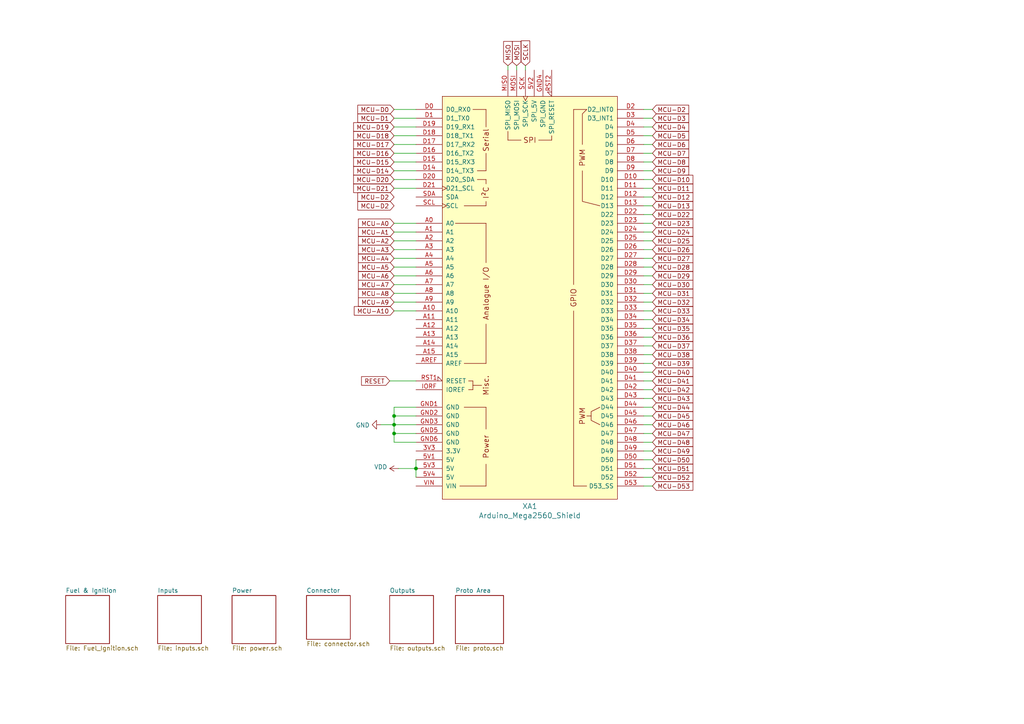
<source format=kicad_sch>
(kicad_sch (version 20211123) (generator eeschema)
  (paper "A4")
  (title_block (title "0.4") (date "2021-03-27") (rev "4d") (company "Speeduino"))
  (lib_symbols
    (symbol "power:GND" (power) (pin_names (offset 0))
      (property "Value" "GND" (at 0 -3.81 0))
      (symbol "GND_0_1"
        (polyline (pts (xy 0 0) (xy 0 -1.27) (xy 1.27 -1.27) (xy 0 -2.54) (xy -1.27 -1.27) (xy 0 -1.27)))
      )
      (symbol "GND_1_1"
        (pin power_in line (at 0 0 270) (length 0) hide (name "GND") (number "1"))
      )
    )
    (symbol "power:VDD" (power) (pin_names (offset 0))
      (property "Value" "VDD" (at 0 3.81 0))
      (symbol "VDD_0_1"
        (polyline (pts (xy -0.762 1.27) (xy 0 2.54)))
        (polyline (pts (xy 0 0) (xy 0 2.54)))
        (polyline (pts (xy 0 2.54) (xy 0.762 1.27)))
      )
      (symbol "VDD_1_1"
        (pin power_in line (at 0 0 90) (length 0) hide (name "VDD") (number "1"))
      )
    )
    (symbol "v0.4.3d-rescue:Arduino_Mega2560_Shield-Arduino-v0.4.4c-rescue" (pin_names (offset 1.016))
      (property "Reference" "XA" (at 2.54 0 90))
      (property "Value" "Arduino_Mega2560_Shield-Arduino-v0.4.4c-rescue" (at -2.54 0 90))
      (symbol "Arduino_Mega2560_Shield-Arduino-v0.4.4c-rescue_0_0"
        (rectangle (start -25.4 -58.42) (end 25.4 58.42) (fill (type background)))
        (rectangle (start -20.32 -54.61) (end -12.7 -54.61))
        (rectangle (start -19.05 -31.75) (end -12.7 -31.75))
        (rectangle (start -19.05 -19.05) (end -12.7 -19.05))
        (rectangle (start -19.05 26.67) (end -12.7 26.67))
        (rectangle (start -17.78 -26.67) (end -16.51 -26.67))
        (rectangle (start -17.78 -24.13) (end -16.51 -24.13))
        (rectangle (start -16.51 -25.4) (end -13.97 -25.4))
        (rectangle (start -16.51 -24.13) (end -16.51 -26.67))
        (rectangle (start -16.51 54.61) (end -12.7 54.61))
        (rectangle (start -15.24 34.29) (end -12.7 34.29))
        (rectangle (start -15.24 36.83) (end -12.7 36.83))
        (rectangle (start -12.7 -54.61) (end -12.7 -48.26))
        (rectangle (start -12.7 -31.75) (end -12.7 -38.1))
        (rectangle (start -12.7 26.67) (end -12.7 27.94))
        (rectangle (start -12.7 34.29) (end -12.7 33.02))
        (rectangle (start -12.7 41.91) (end -12.7 36.83))
        (rectangle (start -12.7 49.53) (end -12.7 54.61))
        (rectangle (start -6.35 48.26) (end -6.35 45.72))
        (rectangle (start -2.54 45.72) (end -6.35 45.72))
        (polyline (pts (xy -21.59 21.59) (xy -12.7 21.59)))
        (polyline (pts (xy -12.7 -19.05) (xy -12.7 -7.62)))
        (polyline (pts (xy -12.7 10.16) (xy -12.7 21.59)))
        (polyline (pts (xy 12.7 -54.61) (xy 16.51 -54.61)))
        (polyline (pts (xy 12.7 54.61) (xy 16.51 54.61)))
        (polyline (pts (xy 17.78 -34.29) (xy 16.51 -34.29)))
        (polyline (pts (xy 15.24 36.83) (xy 15.24 27.94) (xy 20.32 26.67)))
        (polyline (pts (xy 15.24 44.45) (xy 15.24 53.34) (xy 16.51 54.61)))
        (polyline (pts (xy 20.32 -31.75) (xy 17.78 -33.02) (xy 17.78 -35.56) (xy 20.32 -36.83)))
        (rectangle (start 6.35 45.72) (end 2.54 45.72))
        (rectangle (start 6.35 46.99) (end 6.35 45.72))
        (text "Analogue I/O" (at -12.7 1.27 900) (effects (font (size 1.524 1.524))))
        (text "I²C" (at -12.7 30.48 900) (effects (font (size 1.524 1.524))))
        (text "Misc." (at -12.7 -25.4 900) (effects (font (size 1.524 1.524))))
        (text "Power" (at -12.7 -43.18 900) (effects (font (size 1.524 1.524))))
        (text "PWM" (at 15.24 -34.29 900) (effects (font (size 1.524 1.524))))
        (text "PWM" (at 15.24 40.64 900) (effects (font (size 1.524 1.524))))
        (text "Serial" (at -12.7 45.72 900) (effects (font (size 1.524 1.524))))
        (text "SPI" (at 0 45.72 0) (effects (font (size 1.524 1.524))))
      )
      (symbol "Arduino_Mega2560_Shield-Arduino-v0.4.4c-rescue_1_0"
        (rectangle (start 12.7 -54.61) (end 12.7 -3.81))
        (rectangle (start 12.7 54.61) (end 12.7 3.81))
        (text "GPIO" (at 12.7 0 900) (effects (font (size 1.524 1.524))))
      )
      (symbol "Arduino_Mega2560_Shield-Arduino-v0.4.4c-rescue_1_1"
        (pin power_in line (at -33.02 -44.45 0) (length 7.62) (name "3.3V") (number "3V3"))
        (pin power_in line (at -33.02 -46.99 0) (length 7.62) (name "5V") (number "5V1"))
        (pin power_in line (at 1.27 66.04 270) (length 7.62) (name "SPI_5V") (number "5V2"))
        (pin power_in line (at -33.02 -49.53 0) (length 7.62) (name "5V") (number "5V3"))
        (pin power_in line (at -33.02 -52.07 0) (length 7.62) (name "5V") (number "5V4"))
        (pin bidirectional line (at -33.02 21.59 0) (length 7.62) (name "A0") (number "A0"))
        (pin bidirectional line (at -33.02 19.05 0) (length 7.62) (name "A1") (number "A1"))
        (pin bidirectional line (at -33.02 -3.81 0) (length 7.62) (name "A10") (number "A10"))
        (pin bidirectional line (at -33.02 -6.35 0) (length 7.62) (name "A11") (number "A11"))
        (pin bidirectional line (at -33.02 -8.89 0) (length 7.62) (name "A12") (number "A12"))
        (pin bidirectional line (at -33.02 -11.43 0) (length 7.62) (name "A13") (number "A13"))
        (pin bidirectional line (at -33.02 -13.97 0) (length 7.62) (name "A14") (number "A14"))
        (pin bidirectional line (at -33.02 -16.51 0) (length 7.62) (name "A15") (number "A15"))
        (pin bidirectional line (at -33.02 16.51 0) (length 7.62) (name "A2") (number "A2"))
        (pin bidirectional line (at -33.02 13.97 0) (length 7.62) (name "A3") (number "A3"))
        (pin bidirectional line (at -33.02 11.43 0) (length 7.62) (name "A4") (number "A4"))
        (pin bidirectional line (at -33.02 8.89 0) (length 7.62) (name "A5") (number "A5"))
        (pin bidirectional line (at -33.02 6.35 0) (length 7.62) (name "A6") (number "A6"))
        (pin bidirectional line (at -33.02 3.81 0) (length 7.62) (name "A7") (number "A7"))
        (pin bidirectional line (at -33.02 1.27 0) (length 7.62) (name "A8") (number "A8"))
        (pin bidirectional line (at -33.02 -1.27 0) (length 7.62) (name "A9") (number "A9"))
        (pin input line (at -33.02 -19.05 0) (length 7.62) (name "AREF") (number "AREF"))
        (pin bidirectional line (at -33.02 54.61 0) (length 7.62) (name "D0_RX0") (number "D0"))
        (pin bidirectional line (at -33.02 52.07 0) (length 7.62) (name "D1_TX0") (number "D1"))
        (pin bidirectional line (at 33.02 34.29 180) (length 7.62) (name "D10") (number "D10"))
        (pin bidirectional line (at 33.02 31.75 180) (length 7.62) (name "D11") (number "D11"))
        (pin bidirectional line (at 33.02 29.21 180) (length 7.62) (name "D12") (number "D12"))
        (pin bidirectional line (at 33.02 26.67 180) (length 7.62) (name "D13") (number "D13"))
        (pin bidirectional line (at -33.02 36.83 0) (length 7.62) (name "D14_TX3") (number "D14"))
        (pin bidirectional line (at -33.02 39.37 0) (length 7.62) (name "D15_RX3") (number "D15"))
        (pin bidirectional line (at -33.02 41.91 0) (length 7.62) (name "D16_TX2") (number "D16"))
        (pin bidirectional line (at -33.02 44.45 0) (length 7.62) (name "D17_RX2") (number "D17"))
        (pin bidirectional line (at -33.02 46.99 0) (length 7.62) (name "D18_TX1") (number "D18"))
        (pin bidirectional line (at -33.02 49.53 0) (length 7.62) (name "D19_RX1") (number "D19"))
        (pin bidirectional line (at 33.02 54.61 180) (length 7.62) (name "D2_INT0") (number "D2"))
        (pin bidirectional line (at -33.02 34.29 0) (length 7.62) (name "D20_SDA") (number "D20"))
        (pin bidirectional clock (at -33.02 31.75 0) (length 7.62) (name "D21_SCL") (number "D21"))
        (pin bidirectional line (at 33.02 24.13 180) (length 7.62) (name "D22") (number "D22"))
        (pin bidirectional line (at 33.02 21.59 180) (length 7.62) (name "D23") (number "D23"))
        (pin bidirectional line (at 33.02 19.05 180) (length 7.62) (name "D24") (number "D24"))
        (pin bidirectional line (at 33.02 16.51 180) (length 7.62) (name "D25") (number "D25"))
        (pin bidirectional line (at 33.02 13.97 180) (length 7.62) (name "D26") (number "D26"))
        (pin bidirectional line (at 33.02 11.43 180) (length 7.62) (name "D27") (number "D27"))
        (pin bidirectional line (at 33.02 8.89 180) (length 7.62) (name "D28") (number "D28"))
        (pin bidirectional line (at 33.02 6.35 180) (length 7.62) (name "D29") (number "D29"))
        (pin bidirectional line (at 33.02 52.07 180) (length 7.62) (name "D3_INT1") (number "D3"))
        (pin bidirectional line (at 33.02 3.81 180) (length 7.62) (name "D30") (number "D30"))
        (pin bidirectional line (at 33.02 1.27 180) (length 7.62) (name "D31") (number "D31"))
        (pin bidirectional line (at 33.02 -1.27 180) (length 7.62) (name "D32") (number "D32"))
        (pin bidirectional line (at 33.02 -3.81 180) (length 7.62) (name "D33") (number "D33"))
        (pin bidirectional line (at 33.02 -6.35 180) (length 7.62) (name "D34") (number "D34"))
        (pin bidirectional line (at 33.02 -8.89 180) (length 7.62) (name "D35") (number "D35"))
        (pin bidirectional line (at 33.02 -11.43 180) (length 7.62) (name "D36") (number "D36"))
        (pin bidirectional line (at 33.02 -13.97 180) (length 7.62) (name "D37") (number "D37"))
        (pin bidirectional line (at 33.02 -16.51 180) (length 7.62) (name "D38") (number "D38"))
        (pin bidirectional line (at 33.02 -19.05 180) (length 7.62) (name "D39") (number "D39"))
        (pin bidirectional line (at 33.02 49.53 180) (length 7.62) (name "D4") (number "D4"))
        (pin bidirectional line (at 33.02 -21.59 180) (length 7.62) (name "D40") (number "D40"))
        (pin bidirectional line (at 33.02 -24.13 180) (length 7.62) (name "D41") (number "D41"))
        (pin bidirectional line (at 33.02 -26.67 180) (length 7.62) (name "D42") (number "D42"))
        (pin bidirectional line (at 33.02 -29.21 180) (length 7.62) (name "D43") (number "D43"))
        (pin bidirectional line (at 33.02 -31.75 180) (length 7.62) (name "D44") (number "D44"))
        (pin bidirectional line (at 33.02 -34.29 180) (length 7.62) (name "D45") (number "D45"))
        (pin bidirectional line (at 33.02 -36.83 180) (length 7.62) (name "D46") (number "D46"))
        (pin bidirectional line (at 33.02 -39.37 180) (length 7.62) (name "D47") (number "D47"))
        (pin bidirectional line (at 33.02 -41.91 180) (length 7.62) (name "D48") (number "D48"))
        (pin bidirectional line (at 33.02 -44.45 180) (length 7.62) (name "D49") (number "D49"))
        (pin bidirectional line (at 33.02 46.99 180) (length 7.62) (name "D5") (number "D5"))
        (pin bidirectional line (at 33.02 -46.99 180) (length 7.62) (name "D50") (number "D50"))
        (pin bidirectional line (at 33.02 -49.53 180) (length 7.62) (name "D51") (number "D51"))
        (pin bidirectional line (at 33.02 -52.07 180) (length 7.62) (name "D52") (number "D52"))
        (pin bidirectional line (at 33.02 -54.61 180) (length 7.62) (name "D53_SS") (number "D53"))
        (pin bidirectional line (at 33.02 44.45 180) (length 7.62) (name "D6") (number "D6"))
        (pin bidirectional line (at 33.02 41.91 180) (length 7.62) (name "D7") (number "D7"))
        (pin bidirectional line (at 33.02 39.37 180) (length 7.62) (name "D8") (number "D8"))
        (pin bidirectional line (at 33.02 36.83 180) (length 7.62) (name "D9") (number "D9"))
        (pin power_in line (at -33.02 -31.75 0) (length 7.62) (name "GND") (number "GND1"))
        (pin power_in line (at -33.02 -34.29 0) (length 7.62) (name "GND") (number "GND2"))
        (pin power_in line (at -33.02 -36.83 0) (length 7.62) (name "GND") (number "GND3"))
        (pin power_in line (at 3.81 66.04 270) (length 7.62) (name "SPI_GND") (number "GND4"))
        (pin power_in line (at -33.02 -39.37 0) (length 7.62) (name "GND") (number "GND5"))
        (pin power_in line (at -33.02 -41.91 0) (length 7.62) (name "GND") (number "GND6"))
        (pin output line (at -33.02 -26.67 0) (length 7.62) (name "IOREF") (number "IORF"))
        (pin input line (at -6.35 66.04 270) (length 7.62) (name "SPI_MISO") (number "MISO"))
        (pin output line (at -3.81 66.04 270) (length 7.62) (name "SPI_MOSI") (number "MOSI"))
        (pin open_collector input_low (at -33.02 -24.13 0) (length 7.62) (name "RESET") (number "RST1"))
        (pin open_collector input_low (at 6.35 66.04 270) (length 7.62) (name "SPI_RESET") (number "RST2"))
        (pin output clock (at -1.27 66.04 270) (length 7.62) (name "SPI_SCK") (number "SCK"))
        (pin bidirectional clock (at -33.02 26.67 0) (length 7.62) (name "SCL") (number "SCL"))
        (pin bidirectional line (at -33.02 29.21 0) (length 7.62) (name "SDA") (number "SDA"))
        (pin power_in line (at -33.02 -54.61 0) (length 7.62) (name "VIN") (number "VIN"))
      )
    )
  )
  (junction (at 114.3 123.19))
  (junction (at 114.3 125.73))
  (junction (at 120.65 135.89))
  (junction (at 114.3 120.65))
  (wire (pts (xy 186.69 120.65) (xy 189.23 120.65)))
  (wire (pts (xy 186.69 36.83) (xy 189.23 36.83)))
  (wire (pts (xy 120.65 69.85) (xy 114.3 69.85)))
  (wire (pts (xy 186.69 125.73) (xy 189.23 125.73)))
  (wire (pts (xy 189.23 44.45) (xy 186.69 44.45)))
  (wire (pts (xy 189.23 77.47) (xy 186.69 77.47)))
  (wire (pts (xy 114.3 52.07) (xy 120.65 52.07)))
  (wire (pts (xy 114.3 120.65) (xy 114.3 123.19)))
  (wire (pts (xy 114.3 123.19) (xy 110.49 123.19)))
  (wire (pts (xy 189.23 82.55) (xy 186.69 82.55)))
  (wire (pts (xy 186.69 130.81) (xy 189.23 130.81)))
  (wire (pts (xy 189.23 54.61) (xy 186.69 54.61)))
  (wire (pts (xy 189.23 138.43) (xy 186.69 138.43)))
  (wire (pts (xy 120.65 54.61) (xy 114.3 54.61)))
  (wire (pts (xy 186.69 46.99) (xy 189.23 46.99)))
  (wire (pts (xy 114.3 41.91) (xy 120.65 41.91)))
  (wire (pts (xy 120.65 34.29) (xy 114.3 34.29)))
  (wire (pts (xy 189.23 39.37) (xy 186.69 39.37)))
  (wire (pts (xy 114.3 36.83) (xy 120.65 36.83)))
  (wire (pts (xy 189.23 49.53) (xy 186.69 49.53)))
  (wire (pts (xy 147.32 19.05) (xy 147.32 20.32)))
  (wire (pts (xy 186.69 90.17) (xy 189.23 90.17)))
  (wire (pts (xy 189.23 87.63) (xy 186.69 87.63)))
  (wire (pts (xy 186.69 135.89) (xy 189.23 135.89)))
  (wire (pts (xy 189.23 113.03) (xy 186.69 113.03)))
  (wire (pts (xy 114.3 77.47) (xy 120.65 77.47)))
  (wire (pts (xy 186.69 31.75) (xy 189.23 31.75)))
  (wire (pts (xy 113.03 110.49) (xy 120.65 110.49)))
  (wire (pts (xy 189.23 133.35) (xy 186.69 133.35)))
  (wire (pts (xy 186.69 57.15) (xy 189.23 57.15)))
  (wire (pts (xy 186.69 95.25) (xy 189.23 95.25)))
  (wire (pts (xy 120.65 39.37) (xy 114.3 39.37)))
  (wire (pts (xy 114.3 125.73) (xy 114.3 123.19)))
  (wire (pts (xy 120.65 123.19) (xy 114.3 123.19)))
  (wire (pts (xy 120.65 74.93) (xy 114.3 74.93)))
  (wire (pts (xy 186.69 80.01) (xy 189.23 80.01)))
  (wire (pts (xy 189.23 62.23) (xy 186.69 62.23)))
  (wire (pts (xy 120.65 49.53) (xy 114.3 49.53)))
  (wire (pts (xy 189.23 118.11) (xy 186.69 118.11)))
  (wire (pts (xy 120.65 128.27) (xy 114.3 128.27)))
  (wire (pts (xy 189.23 123.19) (xy 186.69 123.19)))
  (wire (pts (xy 120.65 90.17) (xy 114.3 90.17)))
  (wire (pts (xy 186.69 115.57) (xy 189.23 115.57)))
  (wire (pts (xy 186.69 74.93) (xy 189.23 74.93)))
  (wire (pts (xy 186.69 41.91) (xy 189.23 41.91)))
  (wire (pts (xy 114.3 87.63) (xy 120.65 87.63)))
  (wire (pts (xy 186.69 64.77) (xy 189.23 64.77)))
  (wire (pts (xy 114.3 128.27) (xy 114.3 125.73)))
  (wire (pts (xy 186.69 105.41) (xy 189.23 105.41)))
  (wire (pts (xy 186.69 52.07) (xy 189.23 52.07)))
  (wire (pts (xy 189.23 34.29) (xy 186.69 34.29)))
  (wire (pts (xy 189.23 67.31) (xy 186.69 67.31)))
  (wire (pts (xy 189.23 59.69) (xy 186.69 59.69)))
  (wire (pts (xy 152.4 19.05) (xy 152.4 20.32)))
  (wire (pts (xy 120.65 85.09) (xy 114.3 85.09)))
  (wire (pts (xy 186.69 69.85) (xy 189.23 69.85)))
  (wire (pts (xy 186.69 100.33) (xy 189.23 100.33)))
  (wire (pts (xy 114.3 72.39) (xy 120.65 72.39)))
  (wire (pts (xy 120.65 118.11) (xy 114.3 118.11)))
  (wire (pts (xy 189.23 102.87) (xy 186.69 102.87)))
  (wire (pts (xy 115.57 135.89) (xy 120.65 135.89)))
  (wire (pts (xy 189.23 92.71) (xy 186.69 92.71)))
  (wire (pts (xy 120.65 125.73) (xy 114.3 125.73)))
  (wire (pts (xy 186.69 110.49) (xy 189.23 110.49)))
  (wire (pts (xy 114.3 46.99) (xy 120.65 46.99)))
  (wire (pts (xy 186.69 85.09) (xy 189.23 85.09)))
  (wire (pts (xy 114.3 82.55) (xy 120.65 82.55)))
  (wire (pts (xy 120.65 44.45) (xy 114.3 44.45)))
  (wire (pts (xy 120.65 80.01) (xy 114.3 80.01)))
  (wire (pts (xy 189.23 72.39) (xy 186.69 72.39)))
  (wire (pts (xy 114.3 67.31) (xy 120.65 67.31)))
  (wire (pts (xy 120.65 138.43) (xy 120.65 135.89)))
  (wire (pts (xy 114.3 31.75) (xy 120.65 31.75)))
  (wire (pts (xy 189.23 97.79) (xy 186.69 97.79)))
  (wire (pts (xy 114.3 64.77) (xy 120.65 64.77)))
  (wire (pts (xy 120.65 120.65) (xy 114.3 120.65)))
  (wire (pts (xy 149.86 19.05) (xy 149.86 20.32)))
  (wire (pts (xy 186.69 140.97) (xy 189.23 140.97)))
  (wire (pts (xy 189.23 107.95) (xy 186.69 107.95)))
  (wire (pts (xy 189.23 128.27) (xy 186.69 128.27)))
  (wire (pts (xy 114.3 118.11) (xy 114.3 120.65)))
  (wire (pts (xy 120.65 133.35) (xy 120.65 135.89)))
  (global_label "MCU-A0" (shape input) (at 114.3 64.77 180) (property "Intersheet References" "${INTERSHEET_REFS}" (effects hide)))
  (global_label "MCU-D2" (shape input) (at 114.3 57.15 180) (property "Intersheet References" "${INTERSHEET_REFS}" (effects hide)))
  (global_label "MOSI" (shape input) (at 149.86 19.05 90) (property "Intersheet References" "${INTERSHEET_REFS}" (effects hide)))
  (global_label "MCU-D27" (shape input) (at 189.23 74.93 0) (property "Intersheet References" "${INTERSHEET_REFS}" (effects hide)))
  (global_label "MCU-D39" (shape input) (at 189.23 105.41 0) (property "Intersheet References" "${INTERSHEET_REFS}" (effects hide)))
  (global_label "MCU-D22" (shape input) (at 189.23 62.23 0) (property "Intersheet References" "${INTERSHEET_REFS}" (effects hide)))
  (global_label "MCU-D48" (shape input) (at 189.23 128.27 0) (property "Intersheet References" "${INTERSHEET_REFS}" (effects hide)))
  (global_label "MCU-D23" (shape input) (at 189.23 64.77 0) (property "Intersheet References" "${INTERSHEET_REFS}" (effects hide)))
  (global_label "MCU-D20" (shape input) (at 114.3 52.07 180) (property "Intersheet References" "${INTERSHEET_REFS}" (effects hide)))
  (global_label "MCU-D41" (shape input) (at 189.23 110.49 0) (property "Intersheet References" "${INTERSHEET_REFS}" (effects hide)))
  (global_label "MCU-D6" (shape input) (at 189.23 41.91 0) (property "Intersheet References" "${INTERSHEET_REFS}" (effects hide)))
  (global_label "MCU-D43" (shape input) (at 189.23 115.57 0) (property "Intersheet References" "${INTERSHEET_REFS}" (effects hide)))
  (global_label "MCU-D44" (shape input) (at 189.23 118.11 0) (property "Intersheet References" "${INTERSHEET_REFS}" (effects hide)))
  (global_label "MCU-D15" (shape input) (at 114.3 46.99 180) (property "Intersheet References" "${INTERSHEET_REFS}" (effects hide)))
  (global_label "MCU-D51" (shape input) (at 189.23 135.89 0) (property "Intersheet References" "${INTERSHEET_REFS}" (effects hide)))
  (global_label "MCU-D24" (shape input) (at 189.23 67.31 0) (property "Intersheet References" "${INTERSHEET_REFS}" (effects hide)))
  (global_label "MCU-D52" (shape input) (at 189.23 138.43 0) (property "Intersheet References" "${INTERSHEET_REFS}" (effects hide)))
  (global_label "MCU-D2" (shape input) (at 189.23 31.75 0) (property "Intersheet References" "${INTERSHEET_REFS}" (effects hide)))
  (global_label "MCU-D33" (shape input) (at 189.23 90.17 0) (property "Intersheet References" "${INTERSHEET_REFS}" (effects hide)))
  (global_label "MCU-D26" (shape input) (at 189.23 72.39 0) (property "Intersheet References" "${INTERSHEET_REFS}" (effects hide)))
  (global_label "MCU-D29" (shape input) (at 189.23 80.01 0) (property "Intersheet References" "${INTERSHEET_REFS}" (effects hide)))
  (global_label "MCU-D0" (shape input) (at 114.3 31.75 180) (property "Intersheet References" "${INTERSHEET_REFS}" (effects hide)))
  (global_label "MCU-D42" (shape input) (at 189.23 113.03 0) (property "Intersheet References" "${INTERSHEET_REFS}" (effects hide)))
  (global_label "MCU-D11" (shape input) (at 189.23 54.61 0) (property "Intersheet References" "${INTERSHEET_REFS}" (effects hide)))
  (global_label "MCU-D16" (shape input) (at 114.3 44.45 180) (property "Intersheet References" "${INTERSHEET_REFS}" (effects hide)))
  (global_label "MCU-D10" (shape input) (at 189.23 52.07 0) (property "Intersheet References" "${INTERSHEET_REFS}" (effects hide)))
  (global_label "MCU-A5" (shape input) (at 114.3 77.47 180) (property "Intersheet References" "${INTERSHEET_REFS}" (effects hide)))
  (global_label "MCU-D46" (shape input) (at 189.23 123.19 0) (property "Intersheet References" "${INTERSHEET_REFS}" (effects hide)))
  (global_label "MCU-D34" (shape input) (at 189.23 92.71 0) (property "Intersheet References" "${INTERSHEET_REFS}" (effects hide)))
  (global_label "MCU-D2" (shape input) (at 114.3 59.69 180) (property "Intersheet References" "${INTERSHEET_REFS}" (effects hide)))
  (global_label "MCU-D49" (shape input) (at 189.23 130.81 0) (property "Intersheet References" "${INTERSHEET_REFS}" (effects hide)))
  (global_label "MCU-D36" (shape input) (at 189.23 97.79 0) (property "Intersheet References" "${INTERSHEET_REFS}" (effects hide)))
  (global_label "SCLK" (shape input) (at 152.4 19.05 90) (property "Intersheet References" "${INTERSHEET_REFS}" (effects hide)))
  (global_label "MCU-D21" (shape input) (at 114.3 54.61 180) (property "Intersheet References" "${INTERSHEET_REFS}" (effects hide)))
  (global_label "MCU-D3" (shape input) (at 189.23 34.29 0) (property "Intersheet References" "${INTERSHEET_REFS}" (effects hide)))
  (global_label "MCU-D45" (shape input) (at 189.23 120.65 0) (property "Intersheet References" "${INTERSHEET_REFS}" (effects hide)))
  (global_label "MCU-D9" (shape input) (at 189.23 49.53 0) (property "Intersheet References" "${INTERSHEET_REFS}" (effects hide)))
  (global_label "MCU-A2" (shape input) (at 114.3 69.85 180) (property "Intersheet References" "${INTERSHEET_REFS}" (effects hide)))
  (global_label "MCU-D28" (shape input) (at 189.23 77.47 0) (property "Intersheet References" "${INTERSHEET_REFS}" (effects hide)))
  (global_label "MCU-D30" (shape input) (at 189.23 82.55 0) (property "Intersheet References" "${INTERSHEET_REFS}" (effects hide)))
  (global_label "MCU-D25" (shape input) (at 189.23 69.85 0) (property "Intersheet References" "${INTERSHEET_REFS}" (effects hide)))
  (global_label "MCU-D40" (shape input) (at 189.23 107.95 0) (property "Intersheet References" "${INTERSHEET_REFS}" (effects hide)))
  (global_label "MCU-D31" (shape input) (at 189.23 85.09 0) (property "Intersheet References" "${INTERSHEET_REFS}" (effects hide)))
  (global_label "MCU-D7" (shape input) (at 189.23 44.45 0) (property "Intersheet References" "${INTERSHEET_REFS}" (effects hide)))
  (global_label "MCU-A6" (shape input) (at 114.3 80.01 180) (property "Intersheet References" "${INTERSHEET_REFS}" (effects hide)))
  (global_label "MCU-D5" (shape input) (at 189.23 39.37 0) (property "Intersheet References" "${INTERSHEET_REFS}" (effects hide)))
  (global_label "MCU-A9" (shape input) (at 114.3 87.63 180) (property "Intersheet References" "${INTERSHEET_REFS}" (effects hide)))
  (global_label "MCU-D35" (shape input) (at 189.23 95.25 0) (property "Intersheet References" "${INTERSHEET_REFS}" (effects hide)))
  (global_label "MCU-D47" (shape input) (at 189.23 125.73 0) (property "Intersheet References" "${INTERSHEET_REFS}" (effects hide)))
  (global_label "MCU-D4" (shape input) (at 189.23 36.83 0) (property "Intersheet References" "${INTERSHEET_REFS}" (effects hide)))
  (global_label "MCU-D8" (shape input) (at 189.23 46.99 0) (property "Intersheet References" "${INTERSHEET_REFS}" (effects hide)))
  (global_label "MCU-D37" (shape input) (at 189.23 100.33 0) (property "Intersheet References" "${INTERSHEET_REFS}" (effects hide)))
  (global_label "MCU-D12" (shape input) (at 189.23 57.15 0) (property "Intersheet References" "${INTERSHEET_REFS}" (effects hide)))
  (global_label "MCU-D53" (shape input) (at 189.23 140.97 0) (property "Intersheet References" "${INTERSHEET_REFS}" (effects hide)))
  (global_label "MCU-D50" (shape input) (at 189.23 133.35 0) (property "Intersheet References" "${INTERSHEET_REFS}" (effects hide)))
  (global_label "MCU-D18" (shape input) (at 114.3 39.37 180) (property "Intersheet References" "${INTERSHEET_REFS}" (effects hide)))
  (global_label "RESET" (shape input) (at 113.03 110.49 180) (property "Intersheet References" "${INTERSHEET_REFS}" (effects hide)))
  (global_label "MCU-D19" (shape input) (at 114.3 36.83 180) (property "Intersheet References" "${INTERSHEET_REFS}" (effects hide)))
  (global_label "MCU-A7" (shape input) (at 114.3 82.55 180) (property "Intersheet References" "${INTERSHEET_REFS}" (effects hide)))
  (global_label "MCU-D1" (shape input) (at 114.3 34.29 180) (property "Intersheet References" "${INTERSHEET_REFS}" (effects hide)))
  (global_label "MCU-A1" (shape input) (at 114.3 67.31 180) (property "Intersheet References" "${INTERSHEET_REFS}" (effects hide)))
  (global_label "MCU-A4" (shape input) (at 114.3 74.93 180) (property "Intersheet References" "${INTERSHEET_REFS}" (effects hide)))
  (global_label "MCU-D14" (shape input) (at 114.3 49.53 180) (property "Intersheet References" "${INTERSHEET_REFS}" (effects hide)))
  (global_label "MCU-A8" (shape input) (at 114.3 85.09 180) (property "Intersheet References" "${INTERSHEET_REFS}" (effects hide)))
  (global_label "MISO" (shape input) (at 147.32 19.05 90) (property "Intersheet References" "${INTERSHEET_REFS}" (effects hide)))
  (global_label "MCU-A3" (shape input) (at 114.3 72.39 180) (property "Intersheet References" "${INTERSHEET_REFS}" (effects hide)))
  (global_label "MCU-D13" (shape input) (at 189.23 59.69 0) (property "Intersheet References" "${INTERSHEET_REFS}" (effects hide)))
  (global_label "MCU-D38" (shape input) (at 189.23 102.87 0) (property "Intersheet References" "${INTERSHEET_REFS}" (effects hide)))
  (global_label "MCU-A10" (shape input) (at 114.3 90.17 180) (property "Intersheet References" "${INTERSHEET_REFS}" (effects hide)))
  (global_label "MCU-D17" (shape input) (at 114.3 41.91 180) (property "Intersheet References" "${INTERSHEET_REFS}" (effects hide)))
  (global_label "MCU-D32" (shape input) (at 189.23 87.63 0) (property "Intersheet References" "${INTERSHEET_REFS}" (effects hide)))
  (symbol (lib_id "v0.4.3d-rescue:Arduino_Mega2560_Shield-Arduino-v0.4.4c-rescue") (at 153.67 86.36 0) (unit 1)
    (property "Reference" "XA1" (at 153.67 146.8374 0) (effects (font (size 1.524 1.524))))
    (property "Value" "Arduino_Mega2560_Shield" (at 153.67 149.5298 0) (effects (font (size 1.524 1.524))))
    (property "Footprint" "Shields:Arduino_Mega2560_Shield_IO_Only" (effects hide))
  )
  (symbol (lib_id "power:GND") (at 110.49 123.19 270) (unit 1)
    (property "Reference" "#PWR01" (effects hide))
    (property "Value" "GND" (at 107.2388 123.317 90) (effects (justify right)))
  )
  (symbol (lib_id "power:VDD") (at 115.57 135.89 90) (unit 1)
    (property "Reference" "#PWR02" (effects hide))
    (property "Value" "VDD" (at 112.3442 135.4328 90) (effects (justify left)))
  )
  (sheet (at 19.05 172.72) (size 12.7 13.97)
    (property "Sheet name" "Fuel & Ignition" (at 19.05 172.0084 0) (effects (justify left bottom)))
    (property "Sheet file" "Fuel_Ignition.sch" (at 19.05 187.2746 0) (effects (justify left top)))
  )
  (sheet (at 45.72 172.72) (size 12.7 13.97)
    (property "Sheet name" "Inputs" (at 45.72 172.0084 0) (effects (justify left bottom)))
    (property "Sheet file" "inputs.sch" (at 45.72 187.2746 0) (effects (justify left top)))
  )
  (sheet (at 67.31 172.72) (size 12.7 13.97)
    (property "Sheet name" "Power" (at 67.31 172.0084 0) (effects (justify left bottom)))
    (property "Sheet file" "power.sch" (at 67.31 187.2746 0) (effects (justify left top)))
  )
  (sheet (at 88.9 172.72) (size 12.7 12.7)
    (property "Sheet name" "Connector" (at 88.9 172.0084 0) (effects (justify left bottom)))
    (property "Sheet file" "connector.sch" (at 88.9 186.0046 0) (effects (justify left top)))
  )
  (sheet (at 113.03 172.72) (size 12.7 13.97)
    (property "Sheet name" "Outputs" (at 113.03 172.0084 0) (effects (justify left bottom)))
    (property "Sheet file" "outputs.sch" (at 113.03 187.2746 0) (effects (justify left top)))
  )
  (sheet (at 132.08 172.72) (size 13.97 13.97)
    (property "Sheet name" "Proto Area" (at 132.08 172.0084 0) (effects (justify left bottom)))
    (property "Sheet file" "proto.sch" (at 132.08 187.2746 0) (effects (justify left top)))
  )
)
</source>
